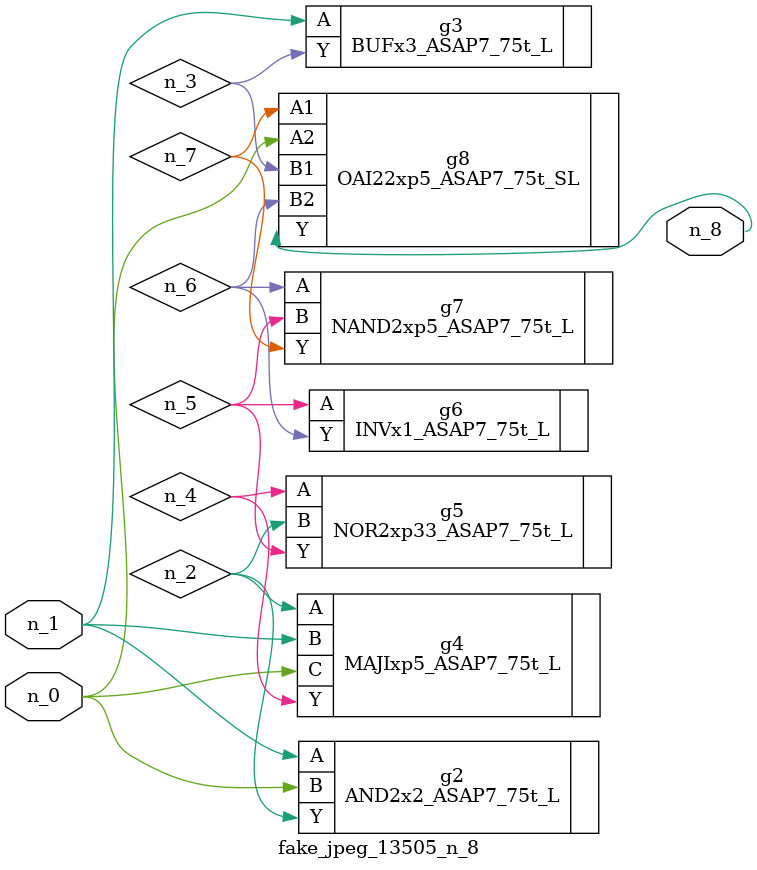
<source format=v>
module fake_jpeg_13505_n_8 (n_0, n_1, n_8);

input n_0;
input n_1;

output n_8;

wire n_2;
wire n_3;
wire n_4;
wire n_6;
wire n_5;
wire n_7;

AND2x2_ASAP7_75t_L g2 ( 
.A(n_1),
.B(n_0),
.Y(n_2)
);

BUFx3_ASAP7_75t_L g3 ( 
.A(n_1),
.Y(n_3)
);

MAJIxp5_ASAP7_75t_L g4 ( 
.A(n_2),
.B(n_1),
.C(n_0),
.Y(n_4)
);

NOR2xp33_ASAP7_75t_L g5 ( 
.A(n_4),
.B(n_2),
.Y(n_5)
);

INVx1_ASAP7_75t_L g6 ( 
.A(n_5),
.Y(n_6)
);

NAND2xp5_ASAP7_75t_L g7 ( 
.A(n_6),
.B(n_5),
.Y(n_7)
);

OAI22xp5_ASAP7_75t_SL g8 ( 
.A1(n_7),
.A2(n_0),
.B1(n_3),
.B2(n_6),
.Y(n_8)
);


endmodule
</source>
